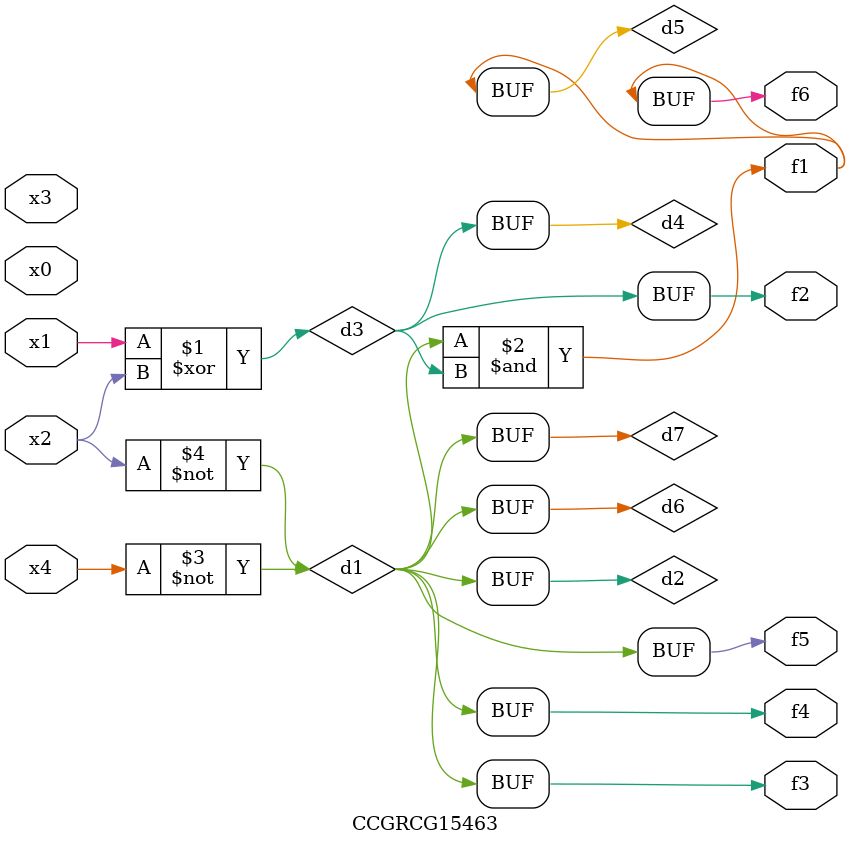
<source format=v>
module CCGRCG15463(
	input x0, x1, x2, x3, x4,
	output f1, f2, f3, f4, f5, f6
);

	wire d1, d2, d3, d4, d5, d6, d7;

	not (d1, x4);
	not (d2, x2);
	xor (d3, x1, x2);
	buf (d4, d3);
	and (d5, d1, d3);
	buf (d6, d1, d2);
	buf (d7, d2);
	assign f1 = d5;
	assign f2 = d4;
	assign f3 = d7;
	assign f4 = d7;
	assign f5 = d7;
	assign f6 = d5;
endmodule

</source>
